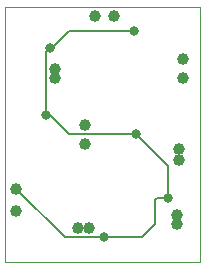
<source format=gbl>
G75*
%MOIN*%
%OFA0B0*%
%FSLAX24Y24*%
%IPPOS*%
%LPD*%
%AMOC8*
5,1,8,0,0,1.08239X$1,22.5*
%
%ADD10C,0.0000*%
%ADD11C,0.0397*%
%ADD12C,0.0060*%
%ADD13C,0.0317*%
D10*
X002392Y002517D02*
X002392Y011017D01*
X008892Y011017D01*
X008892Y002517D01*
X002392Y002517D01*
D11*
X002767Y004204D03*
X002767Y004954D03*
X004829Y003642D03*
X005204Y003642D03*
X005079Y006454D03*
X005079Y007079D03*
X004079Y008642D03*
X004079Y008954D03*
X005392Y010704D03*
X006017Y010704D03*
X008329Y009267D03*
X008329Y008642D03*
X008204Y006267D03*
X008204Y005892D03*
X008142Y004079D03*
X008142Y003767D03*
D12*
X007392Y003767D02*
X007392Y004555D01*
X007478Y004642D01*
X007829Y004642D01*
X007829Y005704D01*
X006767Y006767D01*
X004517Y006767D01*
X003892Y007392D01*
X003767Y007392D01*
X003767Y009517D01*
X003892Y009642D01*
X003954Y009642D01*
X004517Y010204D01*
X006704Y010204D01*
X002767Y004954D02*
X004392Y003329D01*
X005704Y003329D01*
X006954Y003329D01*
X007392Y003767D01*
D13*
X007829Y004642D03*
X006767Y006767D03*
X003892Y009642D03*
X003767Y007392D03*
X006704Y010204D03*
X005704Y003329D03*
M02*

</source>
